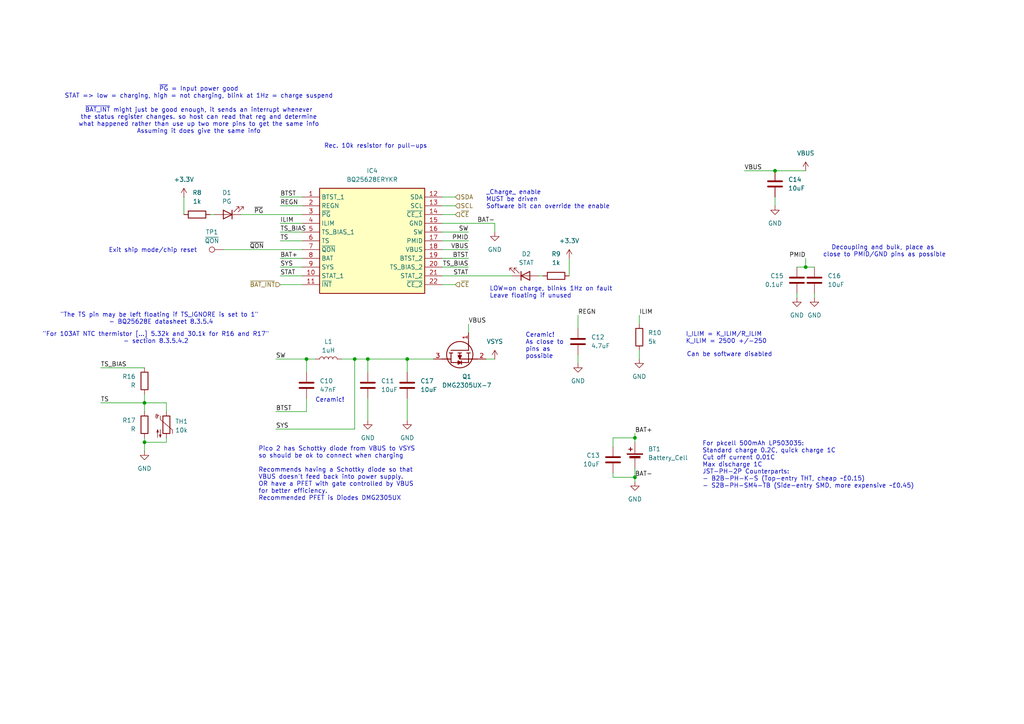
<source format=kicad_sch>
(kicad_sch (version 20231120) (generator "eeschema") (generator_version "8.0")
  (paper "A4")
  (lib_symbols
    (symbol "+3.3V_1" (power) (pin_numbers hide) (pin_names (offset 0) hide)
      (property "Value" "+3.3V" (at 0 3.556 0))
      (symbol "+3.3V_1_0_1"
        (polyline (pts (xy -0.762 1.27) (xy 0 2.54)))
        (polyline (pts (xy 0 0) (xy 0 2.54)))
        (polyline (pts (xy 0 2.54) (xy 0.762 1.27)))
      )
      (symbol "+3.3V_1_1_1"
        (pin power_in line (at 0 0 90) (length 0) (name "~") (number "1"))
      )
    )
    (symbol "Connector:TestPoint" (pin_numbers hide) (pin_names (offset 0.762) hide)
      (property "Reference" "TP" (at 0 6.858 0))
      (property "Value" "TestPoint" (at 0 5.08 0))
      (symbol "TestPoint_0_1"
        (circle (center 0 3.302) (radius 0.762))
      )
      (symbol "TestPoint_1_1"
        (pin passive line (at 0 0 90) (length 2.54) (name "1") (number "1"))
      )
    )
    (symbol "Device:Battery_Cell" (pin_numbers hide) (pin_names (offset 0) hide)
      (property "Reference" "BT" (at 2.54 2.54 0))
      (property "Value" "Battery_Cell" (at 2.54 0 0))
      (symbol "Battery_Cell_0_1"
        (rectangle (start -2.286 1.778) (end 2.286 1.524) (fill (type outline)))
        (rectangle (start -1.524 1.016) (end 1.524 0.508) (fill (type outline)))
        (polyline (pts (xy 0 0.762) (xy 0 0)))
        (polyline (pts (xy 0 1.778) (xy 0 2.54)))
        (polyline (pts (xy 0.762 3.048) (xy 1.778 3.048)) (stroke (width 0.254)))
        (polyline (pts (xy 1.27 3.556) (xy 1.27 2.54)) (stroke (width 0.254)))
      )
      (symbol "Battery_Cell_1_1"
        (pin passive line (at 0 5.08 270) (length 2.54) (name "+") (number "1"))
        (pin passive line (at 0 -2.54 90) (length 2.54) (name "-") (number "2"))
      )
    )
    (symbol "Device:C" (pin_numbers hide) (pin_names (offset 0.254))
      (property "Reference" "C" (at 0.635 2.54 0))
      (property "Value" "C" (at 0.635 -2.54 0))
      (symbol "C_0_1"
        (polyline (pts (xy -2.032 -0.762) (xy 2.032 -0.762)) (stroke (width 0.508)))
        (polyline (pts (xy -2.032 0.762) (xy 2.032 0.762)) (stroke (width 0.508)))
      )
      (symbol "C_1_1"
        (pin passive line (at 0 3.81 270) (length 2.794) (name "~") (number "1"))
        (pin passive line (at 0 -3.81 90) (length 2.794) (name "~") (number "2"))
      )
    )
    (symbol "Device:L" (pin_numbers hide) (pin_names (offset 1.016) hide)
      (property "Reference" "L" (at -1.27 0 90))
      (property "Value" "L" (at 1.905 0 90))
      (symbol "L_0_1"
        (arc (start 0 -2.54) (mid 0.6323 -1.905) (end 0 -1.27))
        (arc (start 0 -1.27) (mid 0.6323 -0.635) (end 0 0))
        (arc (start 0 0) (mid 0.6323 0.635) (end 0 1.27))
        (arc (start 0 1.27) (mid 0.6323 1.905) (end 0 2.54))
      )
      (symbol "L_1_1"
        (pin passive line (at 0 3.81 270) (length 1.27) (name "1") (number "1"))
        (pin passive line (at 0 -3.81 90) (length 1.27) (name "2") (number "2"))
      )
    )
    (symbol "Device:LED" (pin_numbers hide) (pin_names (offset 1.016) hide)
      (property "Reference" "D" (at 0 2.54 0))
      (property "Value" "LED" (at 0 -2.54 0))
      (symbol "LED_0_1"
        (polyline (pts (xy -1.27 -1.27) (xy -1.27 1.27)) (stroke (width 0.254)))
        (polyline (pts (xy -1.27 0) (xy 1.27 0)))
        (polyline (pts (xy 1.27 -1.27) (xy 1.27 1.27) (xy -1.27 0) (xy 1.27 -1.27)) (stroke (width 0.254)))
        (polyline (pts (xy -3.048 -0.762) (xy -4.572 -2.286) (xy -3.81 -2.286) (xy -4.572 -2.286) (xy -4.572 -1.524)))
        (polyline (pts (xy -1.778 -0.762) (xy -3.302 -2.286) (xy -2.54 -2.286) (xy -3.302 -2.286) (xy -3.302 -1.524)))
      )
      (symbol "LED_1_1"
        (pin passive line (at -3.81 0 0) (length 2.54) (name "K") (number "1"))
        (pin passive line (at 3.81 0 180) (length 2.54) (name "A") (number "2"))
      )
    )
    (symbol "Device:R" (pin_numbers hide) (pin_names (offset 0))
      (property "Reference" "R" (at 2.032 0 90))
      (property "Value" "R" (at 0 0 90))
      (symbol "R_0_1"
        (rectangle (start -1.016 -2.54) (end 1.016 2.54) (stroke (width 0.254)))
      )
      (symbol "R_1_1"
        (pin passive line (at 0 3.81 270) (length 1.27) (name "~") (number "1"))
        (pin passive line (at 0 -3.81 90) (length 1.27) (name "~") (number "2"))
      )
    )
    (symbol "Device:Thermistor_NTC" (pin_numbers hide) (pin_names (offset 0))
      (property "Reference" "TH" (at -4.445 0 90))
      (property "Value" "Thermistor_NTC" (at 3.175 0 90))
      (symbol "Thermistor_NTC_0_1"
        (arc (start -3.048 2.159) (mid -3.0495 2.3143) (end -3.175 2.413))
        (arc (start -3.048 2.159) (mid -2.9736 1.9794) (end -2.794 1.905))
        (arc (start -3.048 2.794) (mid -2.9736 2.6144) (end -2.794 2.54))
        (arc (start -2.794 1.905) (mid -2.6144 1.9794) (end -2.54 2.159))
        (arc (start -2.794 2.54) (mid -2.4393 2.5587) (end -2.159 2.794))
        (arc (start -2.794 3.048) (mid -2.9736 2.9736) (end -3.048 2.794))
        (arc (start -2.54 2.794) (mid -2.6144 2.9736) (end -2.794 3.048))
        (rectangle (start -1.016 2.54) (end 1.016 -2.54) (stroke (width 0.254)))
        (polyline (pts (xy -2.54 2.159) (xy -2.54 2.794)))
        (polyline (pts (xy -1.778 2.54) (xy -1.778 1.524) (xy 1.778 -1.524) (xy 1.778 -2.54)))
        (polyline (pts (xy -2.54 -3.683) (xy -2.54 -1.397) (xy -2.794 -2.159) (xy -2.286 -2.159) (xy -2.54 -1.397) (xy -2.54 -1.651)) (fill (type outline)))
        (polyline (pts (xy -1.778 -1.397) (xy -1.778 -3.683) (xy -2.032 -2.921) (xy -1.524 -2.921) (xy -1.778 -3.683) (xy -1.778 -3.429)) (fill (type outline)))
      )
      (symbol "Thermistor_NTC_1_1"
        (pin passive line (at 0 3.81 270) (length 1.27) (name "~") (number "1"))
        (pin passive line (at 0 -3.81 90) (length 1.27) (name "~") (number "2"))
      )
    )
    (symbol "SamacSys_Parts:BQ25628ERYKR"
      (property "Reference" "IC" (at 36.83 7.62 0))
      (property "Value" "BQ25628ERYKR" (at 36.83 5.08 0))
      (symbol "BQ25628ERYKR_1_1"
        (rectangle (start 5.08 2.54) (end 35.56 -27.94) (stroke (width 0.254)) (fill (type background)))
        (pin passive line (at 0 0 0) (length 5.08) (name "BTST_1") (number "1"))
        (pin passive line (at 0 -22.86 0) (length 5.08) (name "STAT_1") (number "10"))
        (pin passive line (at 0 -25.4 0) (length 5.08) (name "~{INT}") (number "11"))
        (pin passive line (at 40.64 0 180) (length 5.08) (name "SDA") (number "12"))
        (pin passive line (at 40.64 -2.54 180) (length 5.08) (name "SCL") (number "13"))
        (pin passive line (at 40.64 -5.08 180) (length 5.08) (name "~{CE_1}") (number "14"))
        (pin passive line (at 40.64 -7.62 180) (length 5.08) (name "GND") (number "15"))
        (pin passive line (at 40.64 -10.16 180) (length 5.08) (name "SW") (number "16"))
        (pin passive line (at 40.64 -12.7 180) (length 5.08) (name "PMID") (number "17"))
        (pin passive line (at 40.64 -15.24 180) (length 5.08) (name "VBUS") (number "18"))
        (pin passive line (at 40.64 -17.78 180) (length 5.08) (name "BTST_2") (number "19"))
        (pin passive line (at 0 -2.54 0) (length 5.08) (name "REGN") (number "2"))
        (pin passive line (at 40.64 -20.32 180) (length 5.08) (name "TS_BIAS_2") (number "20"))
        (pin passive line (at 40.64 -22.86 180) (length 5.08) (name "STAT_2") (number "21"))
        (pin passive line (at 40.64 -25.4 180) (length 5.08) (name "~{CE_2}") (number "22"))
        (pin passive line (at 0 -5.08 0) (length 5.08) (name "~{PG}") (number "3"))
        (pin passive line (at 0 -7.62 0) (length 5.08) (name "ILIM") (number "4"))
        (pin passive line (at 0 -10.16 0) (length 5.08) (name "TS_BIAS_1") (number "5"))
        (pin passive line (at 0 -12.7 0) (length 5.08) (name "TS") (number "6"))
        (pin passive line (at 0 -15.24 0) (length 5.08) (name "~{QON}") (number "7"))
        (pin passive line (at 0 -17.78 0) (length 5.08) (name "BAT") (number "8"))
        (pin passive line (at 0 -20.32 0) (length 5.08) (name "SYS") (number "9"))
      )
    )
    (symbol "SamacSys_Parts:DMG2305UX-7" (pin_names hide)
      (property "Reference" "Q" (at 11.43 3.81 0))
      (property "Value" "DMG2305UX-7" (at 11.43 1.27 0))
      (symbol "DMG2305UX-7_1_1"
        (polyline (pts (xy 2.54 0) (xy 5.08 0)) (stroke (width 0.254)))
        (polyline (pts (xy 5.08 5.08) (xy 5.08 0)) (stroke (width 0.254)))
        (polyline (pts (xy 5.842 -0.508) (xy 5.842 0.508)) (stroke (width 0.254)))
        (polyline (pts (xy 5.842 0) (xy 7.62 0)) (stroke (width 0.254)))
        (polyline (pts (xy 5.842 2.032) (xy 5.842 3.048)) (stroke (width 0.254)))
        (polyline (pts (xy 5.842 5.588) (xy 5.842 4.572)) (stroke (width 0.254)))
        (polyline (pts (xy 7.62 0) (xy 8.636 0)) (stroke (width 0.254)))
        (polyline (pts (xy 7.62 2.54) (xy 5.842 2.54)) (stroke (width 0.254)))
        (polyline (pts (xy 7.62 2.54) (xy 7.62 -2.54)) (stroke (width 0.254)))
        (polyline (pts (xy 7.62 5.08) (xy 5.842 5.08)) (stroke (width 0.254)))
        (polyline (pts (xy 7.62 5.08) (xy 7.62 7.62)) (stroke (width 0.254)))
        (polyline (pts (xy 7.62 5.08) (xy 8.636 5.08)) (stroke (width 0.254)))
        (polyline (pts (xy 8.128 2.032) (xy 9.144 2.032)) (stroke (width 0.254)))
        (polyline (pts (xy 8.636 2.032) (xy 8.636 0)) (stroke (width 0.254)))
        (polyline (pts (xy 8.636 3.048) (xy 8.636 5.08)) (stroke (width 0.254)))
        (polyline (pts (xy 7.62 2.54) (xy 6.604 3.048) (xy 6.604 2.032) (xy 7.62 2.54)) (stroke (width 0.254)) (fill (type outline)))
        (polyline (pts (xy 8.636 2.032) (xy 8.128 3.048) (xy 9.144 3.048) (xy 8.636 2.032)) (stroke (width 0.254)) (fill (type outline)))
        (circle (center 6.35 2.54) (radius 3.81) (stroke (width 0.254)))
        (pin passive line (at 0 0 0) (length 2.54) (name "G") (number "1"))
        (pin passive line (at 7.62 -5.08 90) (length 2.54) (name "S") (number "2"))
        (pin passive line (at 7.62 10.16 270) (length 2.54) (name "D") (number "3"))
      )
    )
    (symbol "power:GND" (power) (pin_names (offset 0))
      (property "Value" "GND" (at 0 -3.81 0))
      (symbol "GND_0_1"
        (polyline (pts (xy 0 0) (xy 0 -1.27) (xy 1.27 -1.27) (xy 0 -2.54) (xy -1.27 -1.27) (xy 0 -1.27)))
      )
      (symbol "GND_1_1"
        (pin power_in line (at 0 0 270) (length 0) hide (name "GND") (number "1"))
      )
    )
    (symbol "power:VBUS" (power) (pin_numbers hide) (pin_names (offset 0) hide)
      (property "Value" "VBUS" (at 0 3.556 0))
      (symbol "VBUS_0_1"
        (polyline (pts (xy -0.762 1.27) (xy 0 2.54)))
        (polyline (pts (xy 0 0) (xy 0 2.54)))
        (polyline (pts (xy 0 2.54) (xy 0.762 1.27)))
      )
      (symbol "VBUS_1_1"
        (pin power_in line (at 0 0 90) (length 0) (name "~") (number "1"))
      )
    )
    (symbol "power:VCC" (power) (pin_numbers hide) (pin_names (offset 0) hide)
      (property "Value" "VCC" (at 0 3.556 0))
      (symbol "VCC_0_1"
        (polyline (pts (xy -0.762 1.27) (xy 0 2.54)))
        (polyline (pts (xy 0 0) (xy 0 2.54)))
        (polyline (pts (xy 0 2.54) (xy 0.762 1.27)))
      )
      (symbol "VCC_1_1"
        (pin power_in line (at 0 0 90) (length 0) (name "~") (number "1"))
      )
    )
  )
  (junction (at 184.15 127))
  (junction (at 41.91 116.84))
  (junction (at 106.68 104.14))
  (junction (at 102.87 104.14))
  (junction (at 184.15 138.43))
  (junction (at 88.9 104.14))
  (junction (at 224.79 49.53))
  (junction (at 41.91 128.27))
  (junction (at 233.68 77.47))
  (junction (at 118.11 104.14))
  (wire (pts (xy 41.91 116.84) (xy 48.26 116.84)))
  (wire (pts (xy 184.15 135.89) (xy 184.15 138.43)))
  (wire (pts (xy 118.11 104.14) (xy 125.73 104.14)))
  (wire (pts (xy 53.34 57.15) (xy 53.34 62.23)))
  (wire (pts (xy 106.68 104.14) (xy 106.68 107.95)))
  (wire (pts (xy 69.85 62.23) (xy 87.63 62.23)))
  (wire (pts (xy 102.87 104.14) (xy 106.68 104.14)))
  (wire (pts (xy 177.8 129.54) (xy 177.8 127)))
  (wire (pts (xy 60.96 62.23) (xy 62.23 62.23)))
  (wire (pts (xy 64.77 72.39) (xy 87.63 72.39)))
  (wire (pts (xy 48.26 116.84) (xy 48.26 119.38)))
  (wire (pts (xy 177.8 137.16) (xy 177.8 138.43)))
  (wire (pts (xy 118.11 115.57) (xy 118.11 121.92)))
  (wire (pts (xy 184.15 127) (xy 184.15 128.27)))
  (wire (pts (xy 118.11 104.14) (xy 118.11 107.95)))
  (wire (pts (xy 177.8 127) (xy 184.15 127)))
  (wire (pts (xy 184.15 138.43) (xy 184.15 139.7)))
  (wire (pts (xy 233.68 74.93) (xy 233.68 77.47)))
  (wire (pts (xy 215.9 49.53) (xy 224.79 49.53)))
  (wire (pts (xy 106.68 104.14) (xy 118.11 104.14)))
  (wire (pts (xy 184.15 125.73) (xy 184.15 127)))
  (wire (pts (xy 102.87 124.46) (xy 102.87 104.14)))
  (wire (pts (xy 48.26 128.27) (xy 41.91 128.27)))
  (wire (pts (xy 128.27 64.77) (xy 143.51 64.77)))
  (wire (pts (xy 81.28 59.69) (xy 87.63 59.69)))
  (wire (pts (xy 224.79 57.15) (xy 224.79 59.69)))
  (wire (pts (xy 48.26 127) (xy 48.26 128.27)))
  (wire (pts (xy 41.91 128.27) (xy 41.91 130.81)))
  (wire (pts (xy 128.27 67.31) (xy 135.89 67.31)))
  (wire (pts (xy 81.28 74.93) (xy 87.63 74.93)))
  (wire (pts (xy 41.91 127) (xy 41.91 128.27)))
  (wire (pts (xy 167.64 91.44) (xy 167.64 95.25)))
  (wire (pts (xy 88.9 119.38) (xy 88.9 115.57)))
  (wire (pts (xy 99.06 104.14) (xy 102.87 104.14)))
  (wire (pts (xy 88.9 104.14) (xy 91.44 104.14)))
  (wire (pts (xy 81.28 77.47) (xy 87.63 77.47)))
  (wire (pts (xy 167.64 102.87) (xy 167.64 105.41)))
  (wire (pts (xy 81.28 67.31) (xy 87.63 67.31)))
  (wire (pts (xy 106.68 115.57) (xy 106.68 121.92)))
  (wire (pts (xy 128.27 72.39) (xy 135.89 72.39)))
  (wire (pts (xy 81.28 69.85) (xy 87.63 69.85)))
  (wire (pts (xy 128.27 74.93) (xy 135.89 74.93)))
  (wire (pts (xy 80.01 124.46) (xy 102.87 124.46)))
  (wire (pts (xy 81.28 80.01) (xy 87.63 80.01)))
  (wire (pts (xy 88.9 104.14) (xy 88.9 107.95)))
  (wire (pts (xy 128.27 82.55) (xy 132.08 82.55)))
  (wire (pts (xy 185.42 91.44) (xy 185.42 93.98)))
  (wire (pts (xy 165.1 74.93) (xy 165.1 80.01)))
  (wire (pts (xy 29.21 106.68) (xy 41.91 106.68)))
  (wire (pts (xy 81.28 57.15) (xy 87.63 57.15)))
  (wire (pts (xy 81.28 64.77) (xy 87.63 64.77)))
  (wire (pts (xy 135.89 93.98) (xy 135.89 96.52)))
  (wire (pts (xy 128.27 59.69) (xy 132.08 59.69)))
  (wire (pts (xy 140.97 104.14) (xy 143.51 104.14)))
  (wire (pts (xy 185.42 101.6) (xy 185.42 104.14)))
  (wire (pts (xy 143.51 64.77) (xy 143.51 67.31)))
  (wire (pts (xy 233.68 77.47) (xy 236.22 77.47)))
  (wire (pts (xy 231.14 85.09) (xy 231.14 86.36)))
  (wire (pts (xy 41.91 116.84) (xy 41.91 119.38)))
  (wire (pts (xy 29.21 116.84) (xy 41.91 116.84)))
  (wire (pts (xy 236.22 85.09) (xy 236.22 86.36)))
  (wire (pts (xy 177.8 138.43) (xy 184.15 138.43)))
  (wire (pts (xy 80.01 104.14) (xy 88.9 104.14)))
  (wire (pts (xy 128.27 77.47) (xy 135.89 77.47)))
  (wire (pts (xy 157.48 80.01) (xy 156.21 80.01)))
  (wire (pts (xy 128.27 62.23) (xy 132.08 62.23)))
  (wire (pts (xy 231.14 77.47) (xy 233.68 77.47)))
  (wire (pts (xy 128.27 57.15) (xy 132.08 57.15)))
  (wire (pts (xy 81.28 82.55) (xy 87.63 82.55)))
  (wire (pts (xy 41.91 114.3) (xy 41.91 116.84)))
  (wire (pts (xy 128.27 80.01) (xy 148.59 80.01)))
  (wire (pts (xy 224.79 49.53) (xy 233.68 49.53)))
  (wire (pts (xy 80.01 119.38) (xy 88.9 119.38)))
  (wire (pts (xy 128.27 69.85) (xy 135.89 69.85)))
  (text "_Charge_ enable\nMUST be driven\nSoftware bit can override the enable" (at 140.97 60.706 0) (effects (font (size 1.27 1.27)) (justify left bottom)))
  (text "Rec. 10k resistor for pull-ups" (at 93.98 43.18 0) (effects (font (size 1.27 1.27)) (justify left bottom)))
  (text "Ceramic!\nAs close to \npins as \npossible" (at 152.4 104.14 0) (effects (font (size 1.27 1.27)) (justify left bottom)))
  (text "For pkcell 500mAh LP503035:\nStandard charge 0.2C, quick charge 1C\nCut off current 0.01C\nMax discharge 1C\nJST-PH-2P Counterparts:\n- B2B-PH-K-S (Top-entry THT, cheap ~£0.15)\n- S2B-PH-SM4-TB (Side-entry SMD, more expensive ~£0.45)" (at 203.708 134.874 0) (effects (font (size 1.27 1.27)) (justify left)))
  (text "I_ILIM = K_ILIM/R_ILIM\nK_ILIM = 2500 +/-250 " (at 198.882 98.044 0) (effects (font (size 1.27 1.27)) (justify left)))
  (text "Decoupling and bulk, place as \nclose to PMID/GND pins as possible" (at 256.54 72.898 0) (effects (font (size 1.27 1.27))))
  (text "Can be software disabled" (at 211.582 102.87 0) (effects (font (size 1.27 1.27))))
  (text "Ceramic!" (at 91.44 116.84 0) (effects (font (size 1.27 1.27)) (justify left bottom)))
  (text "~{PG} = Input power good\nSTAT => low = charging, high = not charging, blink at 1Hz = charge suspend\n\n~{BAT_INT} might just be good enough, it sends an interrupt whenever\nthe status register changes. so host can read that reg and determine\nwhat happened rather than use up two more pins to get the same info\nAssuming it does give the same info" (at 57.658 32.004 0) (effects (font (size 1.27 1.27))))
  (text "Pico 2 has Schottky diode from VBUS to VSYS\nso should be ok to connect when charging\n\nRecommends having a Schottky diode so that \nVBUS doesn't feed back into power supply.\nOR have a PFET with gate controlled by VBUS\nfor better efficiency.\nRecommended PFET is Diodes DMG2305UX " (at 74.93 137.414 0) (effects (font (size 1.27 1.27)) (justify left)))
  (text "\"The TS pin may be left floating if TS_IGNORE is set to 1\"\n - BQ25628E datasheet 8.3.5.4" (at 46.228 92.456 0) (effects (font (size 1.27 1.27))))
  (text "\"For 103AT NTC thermistor [...] 5.32k and 30.1k for R16 and R17\"\n- section 8.3.5.4.2" (at 45.212 98.044 0) (effects (font (size 1.27 1.27))))
  (text "LOW=on charge, blinks 1Hz on fault\nLeave floating if unused" (at 141.986 86.614 0) (effects (font (size 1.27 1.27)) (justify left bottom)))
  (text "Exit ship mode/chip reset" (at 31.496 73.406 0) (effects (font (size 1.27 1.27)) (justify left bottom)))
  (label "SW" (at 135.89 67.31 180))
  (label "VBUS" (at 135.89 72.39 180))
  (label "REGN" (at 167.64 91.44 0))
  (label "ILIM" (at 185.42 91.44 0))
  (label "BAT-" (at 143.51 64.77 180))
  (label "TS_BIAS" (at 135.89 77.47 180))
  (label "SYS" (at 80.01 124.46 0))
  (label "PMID" (at 135.89 69.85 180))
  (label "STAT" (at 135.89 80.01 180))
  (label "REGN" (at 81.28 59.69 0))
  (label "PMID" (at 233.68 74.93 180))
  (label "BAT+" (at 184.15 125.73 0))
  (label "TS" (at 29.21 116.84 0))
  (label "BAT+" (at 81.28 74.93 0))
  (label "STAT" (at 81.28 80.01 0))
  (label "~{QON}" (at 72.39 72.39 0))
  (label "BTST" (at 135.89 74.93 180))
  (label "BTST" (at 80.01 119.38 0))
  (label "SW" (at 80.01 104.14 0))
  (label "TS_BIAS" (at 81.28 67.31 0))
  (label "BTST" (at 81.28 57.15 0))
  (label "TS_BIAS" (at 29.21 106.68 0))
  (label "VBUS" (at 215.9 49.53 0))
  (label "SYS" (at 81.28 77.47 0))
  (label "VBUS" (at 135.89 93.98 0))
  (label "TS" (at 81.28 69.85 0))
  (label "~{PG}" (at 73.66 62.23 0))
  (label "ILIM" (at 81.28 64.77 0))
  (label "BAT-" (at 184.15 138.43 0))
  (hierarchical_label "SCL" (shape input) (at 132.08 59.69 0))
  (hierarchical_label "~{BAT_INT}" (shape input) (at 81.28 82.55 180))
  (hierarchical_label "~{CE}" (shape input) (at 132.08 82.55 0))
  (hierarchical_label "SDA" (shape input) (at 132.08 57.15 0))
  (hierarchical_label "~{CE}" (shape input) (at 132.08 62.23 0))
  (symbol (lib_id "Device:C") (at 231.14 81.28 0) (unit 1)
    (property "Reference" "C15" (at 227.33 80.0099 0) (effects (justify right)))
    (property "Value" "0.1uF" (at 227.33 82.5499 0) (effects (justify right)))
    (property "Footprint" "Capacitor_SMD:C_0402_1005Metric" (effects (hide yes)))
    (property "Description" "Unpolarized capacitor" (effects (hide yes)))
  )
  (symbol (lib_id "Device:LED") (at 152.4 80.01 0) (mirror x) (unit 1)
    (property "Reference" "D2" (at 152.654 73.66 0))
    (property "Value" "STAT" (at 152.654 76.2 0))
    (property "Footprint" "LED_SMD:LED_0402_1005Metric" (effects (hide yes)))
    (property "Description" "Light emitting diode" (effects (hide yes)))
  )
  (symbol (lib_id "Device:L") (at 95.25 104.14 90) (unit 1)
    (property "Reference" "L1" (at 95.25 99.06 90))
    (property "Value" "1uH" (at 95.25 101.6 90))
    (property "Footprint" "Inductor_SMD:L_0603_1608Metric" (effects (hide yes)))
  )
  (symbol (lib_id "power:GND") (at 236.22 86.36 0) (unit 1)
    (property "Reference" "#PWR061" (effects (hide yes)))
    (property "Value" "GND" (at 236.22 91.44 0))
  )
  (symbol (lib_id "Device:R") (at 41.91 110.49 0) (mirror y) (unit 1)
    (property "Reference" "R16" (at 39.37 109.2199 0) (effects (justify left)))
    (property "Value" "R" (at 39.37 111.7599 0) (effects (justify left)))
    (property "Footprint" "Resistor_SMD:R_0402_1005Metric" (effects (hide yes)))
    (property "Description" "Resistor" (effects (hide yes)))
  )
  (symbol (lib_id "Device:C") (at 236.22 81.28 0) (unit 1)
    (property "Reference" "C16" (at 240.03 80.01 0) (effects (justify left)))
    (property "Value" "10uF" (at 240.03 82.55 0) (effects (justify left)))
    (property "Footprint" "Capacitor_SMD:C_0603_1608Metric" (effects (hide yes)))
  )
  (symbol (lib_id "power:GND") (at 167.64 105.41 0) (unit 1)
    (property "Reference" "#PWR055" (effects (hide yes)))
    (property "Value" "GND" (at 167.64 110.49 0))
  )
  (symbol (lib_id "power:GND") (at 106.68 121.92 0) (unit 1)
    (property "Reference" "#PWR051" (effects (hide yes)))
    (property "Value" "GND" (at 106.68 127 0))
  )
  (symbol (lib_id "Device:Battery_Cell") (at 184.15 133.35 0) (mirror y) (unit 1)
    (property "Reference" "BT1" (at 187.96 130.2385 0) (effects (justify right)))
    (property "Value" "Battery_Cell" (at 187.96 132.7785 0) (effects (justify right)))
    (property "Footprint" "Connector_JST:JST_PH_B2B-PH-K_1x02_P2.00mm_Vertical" (effects (hide yes)))
  )
  (symbol (lib_id "Device:C") (at 177.8 133.35 0) (unit 1)
    (property "Reference" "C13" (at 173.99 132.0799 0) (effects (justify right)))
    (property "Value" "10uF" (at 173.99 134.6199 0) (effects (justify right)))
    (property "Footprint" "Capacitor_SMD:C_0603_1608Metric" (effects (hide yes)))
    (property "Description" "Unpolarized capacitor" (effects (hide yes)))
  )
  (symbol (lib_name "+3.3V_1") (lib_id "power:+3.3V") (at 53.34 57.15 0) (unit 1)
    (property "Reference" "#PWR050" (effects (hide yes)))
    (property "Value" "+3.3V" (at 53.34 52.07 0))
    (property "Description" "Power symbol creates a global label with name \"+3.3V\"" (effects (hide yes)))
  )
  (symbol (lib_id "Device:C") (at 88.9 111.76 0) (unit 1)
    (property "Reference" "C10" (at 92.71 110.49 0) (effects (justify left)))
    (property "Value" "47nF" (at 92.71 113.03 0) (effects (justify left)))
    (property "Footprint" "Capacitor_SMD:C_0603_1608Metric" (effects (hide yes)))
  )
  (symbol (lib_id "Device:Thermistor_NTC") (at 48.26 123.19 0) (unit 1)
    (property "Reference" "TH1" (at 50.8 122.2374 0) (effects (justify left)))
    (property "Value" "10k" (at 50.8 124.7774 0) (effects (justify left)))
    (property "Footprint" "Resistor_SMD:R_0603_1608Metric" (effects (hide yes)))
    (property "Description" "Temperature dependent resistor, negative temperature coefficient" (effects (hide yes)))
  )
  (symbol (lib_id "Device:C") (at 118.11 111.76 0) (unit 1)
    (property "Reference" "C17" (at 121.92 110.4899 0) (effects (justify left)))
    (property "Value" "10uF" (at 121.92 113.0299 0) (effects (justify left)))
    (property "Footprint" "Capacitor_SMD:C_0603_1608Metric" (effects (hide yes)))
    (property "Description" "Unpolarized capacitor" (effects (hide yes)))
  )
  (symbol (lib_id "power:GND") (at 184.15 139.7 0) (unit 1)
    (property "Reference" "#PWR057" (effects (hide yes)))
    (property "Value" "GND" (at 184.15 144.78 0))
  )
  (symbol (lib_id "power:GND") (at 231.14 86.36 0) (unit 1)
    (property "Reference" "#PWR059" (effects (hide yes)))
    (property "Value" "GND" (at 231.14 91.44 0))
  )
  (symbol (lib_id "SamacSys_Parts:BQ25628ERYKR") (at 87.63 57.15 0) (unit 1)
    (property "Reference" "IC4" (at 107.95 49.53 0))
    (property "Value" "BQ25628ERYKR" (at 107.95 52.07 0))
    (property "Footprint" "SamacsysParts:BQ25628ERYKR" (effects (hide yes)))
    (property "Datasheet" "https://www.ti.com/lit/gpn/bq25628e" (effects (hide yes)))
    (property "Height" "0.8" (effects (hide yes)))
    (property "Mouser Part Number" "595-BQ25628ERYKR" (effects (hide yes)))
    (property "Mouser Price/Stock" "https://www.mouser.co.uk/ProductDetail/Texas-Instruments/BQ25628ERYKR?qs=1Kr7Jg1SGW98W%252BeGFQ305w%3D%3D" (effects (hide yes)))
    (property "Manufacturer_Name" "Texas Instruments" (effects (hide yes)))
    (property "Manufacturer_Part_Number" "BQ25628ERYKR" (effects (hide yes)))
  )
  (symbol (lib_id "power:VBUS") (at 233.68 49.53 0) (unit 1)
    (property "Reference" "#PWR060" (effects (hide yes)))
    (property "Value" "VBUS" (at 233.68 44.45 0))
    (property "Description" "Power symbol creates a global label with name \"VBUS\"" (effects (hide yes)))
  )
  (symbol (lib_id "power:GND") (at 143.51 67.31 0) (unit 1)
    (property "Reference" "#PWR053" (effects (hide yes)))
    (property "Value" "GND" (at 143.51 72.39 0))
  )
  (symbol (lib_id "Connector:TestPoint") (at 64.77 72.39 90) (unit 1)
    (property "Reference" "TP1" (at 61.468 67.31 90))
    (property "Value" "~{QON}" (at 61.468 69.85 90))
    (property "Footprint" "Connector_PinHeader_2.54mm:PinHeader_1x01_P2.54mm_Vertical" (effects (hide yes)))
    (property "Description" "test point" (effects (hide yes)))
  )
  (symbol (lib_id "Device:C") (at 106.68 111.76 0) (unit 1)
    (property "Reference" "C11" (at 110.49 110.4899 0) (effects (justify left)))
    (property "Value" "10uF" (at 110.49 113.0299 0) (effects (justify left)))
    (property "Footprint" "Capacitor_SMD:C_0603_1608Metric" (effects (hide yes)))
    (property "Description" "Unpolarized capacitor" (effects (hide yes)))
  )
  (symbol (lib_name "+3.3V_1") (lib_id "power:+3.3V") (at 165.1 74.93 0) (mirror y) (unit 1)
    (property "Reference" "#PWR054" (effects (hide yes)))
    (property "Value" "+3.3V" (at 165.1 69.85 0))
    (property "Description" "Power symbol creates a global label with name \"+3.3V\"" (effects (hide yes)))
  )
  (symbol (lib_id "Device:R") (at 161.29 80.01 270) (mirror x) (unit 1)
    (property "Reference" "R9" (at 161.29 73.66 90))
    (property "Value" "1k" (at 161.29 76.2 90))
    (property "Footprint" "Resistor_SMD:R_0402_1005Metric" (effects (hide yes)))
    (property "Description" "Resistor" (effects (hide yes)))
  )
  (symbol (lib_id "power:GND") (at 224.79 59.69 0) (unit 1)
    (property "Reference" "#PWR058" (effects (hide yes)))
    (property "Value" "GND" (at 224.79 64.77 0))
  )
  (symbol (lib_id "Device:LED") (at 66.04 62.23 180) (unit 1)
    (property "Reference" "D1" (at 65.786 55.88 0))
    (property "Value" "PG" (at 65.786 58.42 0))
    (property "Footprint" "LED_SMD:LED_0402_1005Metric" (effects (hide yes)))
    (property "Description" "Light emitting diode" (effects (hide yes)))
  )
  (symbol (lib_id "Device:C") (at 167.64 99.06 0) (unit 1)
    (property "Reference" "C12" (at 171.45 97.79 0) (effects (justify left)))
    (property "Value" "4.7uF" (at 171.45 100.33 0) (effects (justify left)))
    (property "Footprint" "Capacitor_SMD:C_0603_1608Metric" (effects (hide yes)))
  )
  (symbol (lib_id "Device:R") (at 57.15 62.23 90) (unit 1)
    (property "Reference" "R8" (at 57.15 55.88 90))
    (property "Value" "1k" (at 57.15 58.42 90))
    (property "Footprint" "Resistor_SMD:R_0402_1005Metric" (effects (hide yes)))
    (property "Description" "Resistor" (effects (hide yes)))
  )
  (symbol (lib_id "Device:R") (at 41.91 123.19 0) (mirror y) (unit 1)
    (property "Reference" "R17" (at 39.37 121.9199 0) (effects (justify left)))
    (property "Value" "R" (at 39.37 124.4599 0) (effects (justify left)))
    (property "Footprint" "Resistor_SMD:R_0402_1005Metric" (effects (hide yes)))
    (property "Description" "Resistor" (effects (hide yes)))
  )
  (symbol (lib_id "SamacSys_Parts:DMG2305UX-7") (at 135.89 96.52 90) (mirror x) (unit 1)
    (property "Reference" "Q1" (at 135.382 109.22 90))
    (property "Value" "DMG2305UX-7" (at 135.382 111.76 90))
    (property "Footprint" "SamacsysParts:SOT96P240X115-3N" (effects (hide yes)))
    (property "Datasheet" "https://www.diodes.com//assets/Datasheets/DMG2305UX.pdf" (effects (hide yes)))
    (property "Description" "MOSFET P-Ch 20V 5A Enhancement SOT23 Diodes Inc DMG2305UX-7 P-channel MOSFET Transistor, -3.3 A, -20 V, 3-Pin SOT-23" (effects (hide yes)))
    (property "Height" "1.15" (effects (hide yes)))
    (property "Mouser Part Number" "621-DMG2305UX-7" (effects (hide yes)))
    (property "Mouser Price/Stock" "https://www.mouser.co.uk/ProductDetail/Diodes-Incorporated/DMG2305UX-7?qs=L1DZKBg7t5F%2FNBHrjfxC%252Bg%3D%3D" (effects (hide yes)))
    (property "Manufacturer_Name" "Diodes Incorporated" (effects (hide yes)))
    (property "Manufacturer_Part_Number" "DMG2305UX-7" (effects (hide yes)))
  )
  (symbol (lib_id "power:GND") (at 41.91 130.81 0) (unit 1)
    (property "Reference" "#PWR010" (effects (hide yes)))
    (property "Value" "GND" (at 41.91 135.89 0))
  )
  (symbol (lib_id "power:GND") (at 185.42 104.14 0) (unit 1)
    (property "Reference" "#PWR056" (effects (hide yes)))
    (property "Value" "GND" (at 185.42 109.22 0))
  )
  (symbol (lib_id "Device:R") (at 185.42 97.79 0) (unit 1)
    (property "Reference" "R10" (at 187.96 96.5199 0) (effects (justify left)))
    (property "Value" "5k" (at 187.96 99.0599 0) (effects (justify left)))
    (property "Footprint" "Resistor_SMD:R_0402_1005Metric" (effects (hide yes)))
  )
  (symbol (lib_id "Device:C") (at 224.79 53.34 0) (unit 1)
    (property "Reference" "C14" (at 228.6 52.0699 0) (effects (justify left)))
    (property "Value" "10uF" (at 228.6 54.6099 0) (effects (justify left)))
    (property "Footprint" "Capacitor_SMD:C_0603_1608Metric" (effects (hide yes)))
  )
  (symbol (lib_id "power:VCC") (at 143.51 104.14 0) (unit 1)
    (property "Reference" "#PWR052" (effects (hide yes)))
    (property "Value" "VSYS" (at 143.51 99.06 0))
    (property "Description" "Power symbol creates a global label with name \"VCC\"" (effects (hide yes)))
  )
  (symbol (lib_id "power:GND") (at 118.11 121.92 0) (unit 1)
    (property "Reference" "#PWR067" (effects (hide yes)))
    (property "Value" "GND" (at 118.11 127 0))
  )
)
</source>
